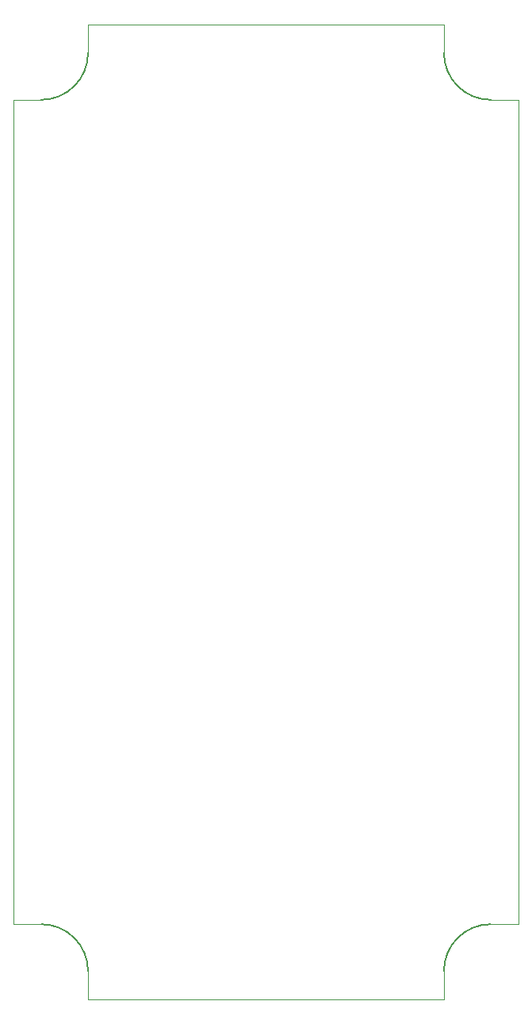
<source format=gbr>
%TF.GenerationSoftware,KiCad,Pcbnew,9.0.1*%
%TF.CreationDate,2025-05-21T23:19:58+01:00*%
%TF.ProjectId,stomp_01,73746f6d-705f-4303-912e-6b696361645f,rev?*%
%TF.SameCoordinates,Original*%
%TF.FileFunction,Profile,NP*%
%FSLAX46Y46*%
G04 Gerber Fmt 4.6, Leading zero omitted, Abs format (unit mm)*
G04 Created by KiCad (PCBNEW 9.0.1) date 2025-05-21 23:19:58*
%MOMM*%
%LPD*%
G01*
G04 APERTURE LIST*
%TA.AperFunction,Profile*%
%ADD10C,0.100000*%
%TD*%
%TA.AperFunction,Profile*%
%ADD11C,0.150000*%
%TD*%
G04 APERTURE END LIST*
D10*
X86000000Y-150000000D02*
X124000000Y-150000000D01*
D11*
X81000000Y-142000000D02*
G75*
G02*
X86000000Y-147000000I0J-5000000D01*
G01*
D10*
X132000000Y-54000000D02*
X132000000Y-142000000D01*
X86000000Y-46000000D02*
X124000000Y-46000000D01*
X129000000Y-54000000D02*
X132000000Y-54000000D01*
D11*
X86000000Y-49000000D02*
G75*
G02*
X81000000Y-54000000I-5000000J0D01*
G01*
X124000000Y-147000000D02*
G75*
G02*
X129000000Y-142000000I5000000J0D01*
G01*
D10*
X78000000Y-54000000D02*
X78000000Y-142000000D01*
X124000000Y-150000000D02*
X124000000Y-147000000D01*
D11*
X129000000Y-54000000D02*
G75*
G02*
X124000000Y-49000000I0J5000000D01*
G01*
D10*
X86000000Y-147000000D02*
X86000000Y-150000000D01*
X124000000Y-46000000D02*
X124000000Y-49000000D01*
X78000000Y-142000000D02*
X81000000Y-142000000D01*
X86000000Y-49000000D02*
X86000000Y-46000000D01*
X132000000Y-142000000D02*
X129000000Y-142000000D01*
X78000000Y-54000000D02*
X81000000Y-54000000D01*
M02*

</source>
